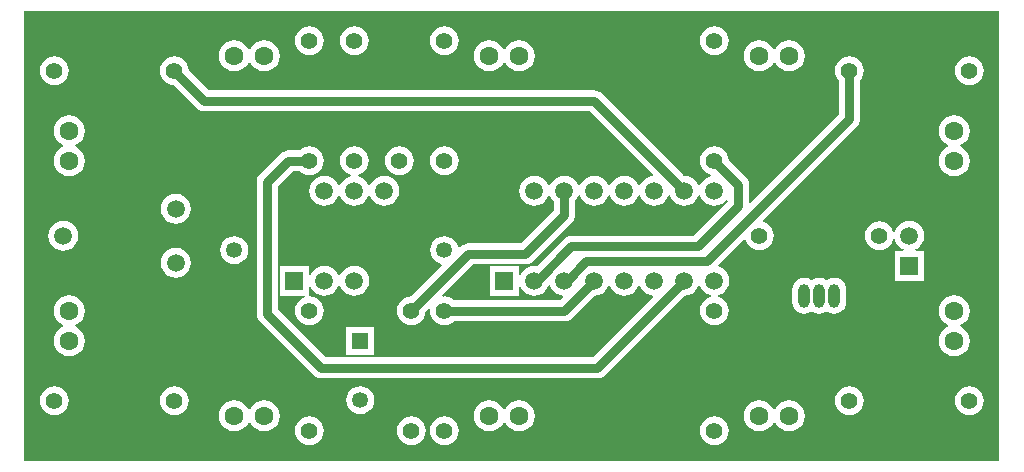
<source format=gtl>
%FSLAX24Y24*%
%MOIN*%
G70*
G01*
G75*
G04 Layer_Physical_Order=1*
G04 Layer_Color=255*
%ADD10C,0.0300*%
%ADD11C,0.0630*%
%ADD12C,0.0551*%
%ADD13C,0.0591*%
%ADD14R,0.0591X0.0591*%
%ADD15C,0.0532*%
%ADD16R,0.0532X0.0532*%
%ADD17O,0.0394X0.0787*%
%ADD18O,0.0394X0.0787*%
%ADD19C,0.0591*%
%ADD20R,0.0591X0.0591*%
G36*
X52500Y24000D02*
X20000D01*
Y39000D01*
X52500D01*
Y24000D01*
D02*
G37*
%LPC*%
G36*
X45500Y26019D02*
X45366Y26002D01*
X45240Y25950D01*
X45133Y25867D01*
X45050Y25760D01*
X45025Y25699D01*
X44975D01*
X44950Y25760D01*
X44867Y25867D01*
X44760Y25950D01*
X44634Y26002D01*
X44500Y26019D01*
X44366Y26002D01*
X44240Y25950D01*
X44133Y25867D01*
X44050Y25760D01*
X43998Y25634D01*
X43981Y25500D01*
X43998Y25366D01*
X44050Y25240D01*
X44133Y25133D01*
X44240Y25050D01*
X44366Y24998D01*
X44500Y24981D01*
X44634Y24998D01*
X44760Y25050D01*
X44867Y25133D01*
X44950Y25240D01*
X44975Y25301D01*
X45025D01*
X45050Y25240D01*
X45133Y25133D01*
X45240Y25050D01*
X45366Y24998D01*
X45500Y24981D01*
X45634Y24998D01*
X45760Y25050D01*
X45867Y25133D01*
X45950Y25240D01*
X46002Y25366D01*
X46019Y25500D01*
X46002Y25634D01*
X45950Y25760D01*
X45867Y25867D01*
X45760Y25950D01*
X45634Y26002D01*
X45500Y26019D01*
D02*
G37*
G36*
X21500Y29519D02*
X21366Y29502D01*
X21240Y29450D01*
X21133Y29367D01*
X21050Y29260D01*
X20998Y29134D01*
X20981Y29000D01*
X20998Y28866D01*
X21050Y28740D01*
X21133Y28633D01*
X21240Y28550D01*
X21301Y28525D01*
Y28475D01*
X21240Y28450D01*
X21133Y28367D01*
X21050Y28260D01*
X20998Y28134D01*
X20981Y28000D01*
X20998Y27866D01*
X21050Y27740D01*
X21133Y27633D01*
X21240Y27550D01*
X21366Y27498D01*
X21500Y27481D01*
X21634Y27498D01*
X21760Y27550D01*
X21867Y27633D01*
X21950Y27740D01*
X22002Y27866D01*
X22019Y28000D01*
X22002Y28134D01*
X21950Y28260D01*
X21867Y28367D01*
X21760Y28450D01*
X21699Y28475D01*
Y28525D01*
X21760Y28550D01*
X21867Y28633D01*
X21950Y28740D01*
X22002Y28866D01*
X22019Y29000D01*
X22002Y29134D01*
X21950Y29260D01*
X21867Y29367D01*
X21760Y29450D01*
X21634Y29502D01*
X21500Y29519D01*
D02*
G37*
G36*
X28000Y26019D02*
X27866Y26002D01*
X27740Y25950D01*
X27633Y25867D01*
X27550Y25760D01*
X27525Y25699D01*
X27475D01*
X27450Y25760D01*
X27367Y25867D01*
X27260Y25950D01*
X27134Y26002D01*
X27000Y26019D01*
X26866Y26002D01*
X26740Y25950D01*
X26633Y25867D01*
X26550Y25760D01*
X26498Y25634D01*
X26481Y25500D01*
X26498Y25366D01*
X26550Y25240D01*
X26633Y25133D01*
X26740Y25050D01*
X26866Y24998D01*
X27000Y24981D01*
X27134Y24998D01*
X27260Y25050D01*
X27367Y25133D01*
X27450Y25240D01*
X27475Y25301D01*
X27525D01*
X27550Y25240D01*
X27633Y25133D01*
X27740Y25050D01*
X27866Y24998D01*
X28000Y24981D01*
X28134Y24998D01*
X28260Y25050D01*
X28367Y25133D01*
X28450Y25240D01*
X28502Y25366D01*
X28519Y25500D01*
X28502Y25634D01*
X28450Y25760D01*
X28367Y25867D01*
X28260Y25950D01*
X28134Y26002D01*
X28000Y26019D01*
D02*
G37*
G36*
X36500D02*
X36366Y26002D01*
X36240Y25950D01*
X36133Y25867D01*
X36050Y25760D01*
X36025Y25699D01*
X35975D01*
X35950Y25760D01*
X35867Y25867D01*
X35760Y25950D01*
X35634Y26002D01*
X35500Y26019D01*
X35366Y26002D01*
X35240Y25950D01*
X35133Y25867D01*
X35050Y25760D01*
X34998Y25634D01*
X34981Y25500D01*
X34998Y25366D01*
X35050Y25240D01*
X35133Y25133D01*
X35240Y25050D01*
X35366Y24998D01*
X35500Y24981D01*
X35634Y24998D01*
X35760Y25050D01*
X35867Y25133D01*
X35950Y25240D01*
X35975Y25301D01*
X36025D01*
X36050Y25240D01*
X36133Y25133D01*
X36240Y25050D01*
X36366Y24998D01*
X36500Y24981D01*
X36634Y24998D01*
X36760Y25050D01*
X36867Y25133D01*
X36950Y25240D01*
X37002Y25366D01*
X37019Y25500D01*
X37002Y25634D01*
X36950Y25760D01*
X36867Y25867D01*
X36760Y25950D01*
X36634Y26002D01*
X36500Y26019D01*
D02*
G37*
G36*
X51000Y29519D02*
X50866Y29502D01*
X50740Y29450D01*
X50633Y29367D01*
X50550Y29260D01*
X50498Y29134D01*
X50481Y29000D01*
X50498Y28866D01*
X50550Y28740D01*
X50633Y28633D01*
X50740Y28550D01*
X50801Y28525D01*
Y28475D01*
X50740Y28450D01*
X50633Y28367D01*
X50550Y28260D01*
X50498Y28134D01*
X50481Y28000D01*
X50498Y27866D01*
X50550Y27740D01*
X50633Y27633D01*
X50740Y27550D01*
X50866Y27498D01*
X51000Y27481D01*
X51134Y27498D01*
X51260Y27550D01*
X51367Y27633D01*
X51450Y27740D01*
X51502Y27866D01*
X51519Y28000D01*
X51502Y28134D01*
X51450Y28260D01*
X51367Y28367D01*
X51260Y28450D01*
X51199Y28475D01*
Y28525D01*
X51260Y28550D01*
X51367Y28633D01*
X51450Y28740D01*
X51502Y28866D01*
X51519Y29000D01*
X51502Y29134D01*
X51450Y29260D01*
X51367Y29367D01*
X51260Y29450D01*
X51134Y29502D01*
X51000Y29519D01*
D02*
G37*
G36*
X25050Y31100D02*
X24921Y31083D01*
X24800Y31033D01*
X24697Y30953D01*
X24617Y30850D01*
X24567Y30729D01*
X24550Y30600D01*
X24567Y30471D01*
X24617Y30350D01*
X24697Y30247D01*
X24800Y30167D01*
X24921Y30117D01*
X25050Y30100D01*
X25179Y30117D01*
X25300Y30167D01*
X25403Y30247D01*
X25483Y30350D01*
X25533Y30471D01*
X25550Y30600D01*
X25533Y30729D01*
X25483Y30850D01*
X25403Y30953D01*
X25300Y31033D01*
X25179Y31083D01*
X25050Y31100D01*
D02*
G37*
G36*
X31000Y30500D02*
X30871Y30483D01*
X30750Y30433D01*
X30647Y30353D01*
X30567Y30250D01*
X30525Y30147D01*
X30475D01*
X30433Y30250D01*
X30353Y30353D01*
X30250Y30433D01*
X30129Y30483D01*
X30000Y30500D01*
X29871Y30483D01*
X29750Y30433D01*
X29647Y30353D01*
X29567Y30250D01*
X29544Y30194D01*
X29495Y30204D01*
Y30495D01*
X28505D01*
Y29505D01*
X29348D01*
X29357Y29456D01*
X29260Y29415D01*
X29161Y29339D01*
X29085Y29240D01*
X29037Y29124D01*
X29020Y29000D01*
X29037Y28876D01*
X29085Y28760D01*
X29161Y28661D01*
X29260Y28585D01*
X29376Y28537D01*
X29500Y28520D01*
X29624Y28537D01*
X29740Y28585D01*
X29839Y28661D01*
X29915Y28760D01*
X29963Y28876D01*
X29980Y29000D01*
X29963Y29124D01*
X29915Y29240D01*
X29839Y29339D01*
X29740Y29415D01*
X29624Y29463D01*
X29500Y29480D01*
X29498Y29481D01*
X29495Y29505D01*
X29495Y29505D01*
X29495Y29505D01*
Y29796D01*
X29544Y29806D01*
X29567Y29750D01*
X29647Y29647D01*
X29750Y29567D01*
X29871Y29517D01*
X30000Y29500D01*
X30129Y29517D01*
X30250Y29567D01*
X30353Y29647D01*
X30433Y29750D01*
X30475Y29853D01*
X30525D01*
X30567Y29750D01*
X30647Y29647D01*
X30750Y29567D01*
X30871Y29517D01*
X31000Y29500D01*
X31129Y29517D01*
X31250Y29567D01*
X31353Y29647D01*
X31433Y29750D01*
X31483Y29871D01*
X31500Y30000D01*
X31483Y30129D01*
X31433Y30250D01*
X31353Y30353D01*
X31250Y30433D01*
X31129Y30483D01*
X31000Y30500D01*
D02*
G37*
G36*
X31666Y28450D02*
X30734D01*
Y27518D01*
X31666D01*
Y28450D01*
D02*
G37*
G36*
X47000Y30097D02*
X46896Y30083D01*
X46800Y30043D01*
X46750Y30005D01*
X46700Y30043D01*
X46604Y30083D01*
X46500Y30097D01*
X46396Y30083D01*
X46300Y30043D01*
X46250Y30005D01*
X46200Y30043D01*
X46104Y30083D01*
X46000Y30097D01*
X45896Y30083D01*
X45800Y30043D01*
X45717Y29980D01*
X45653Y29897D01*
X45613Y29800D01*
X45600Y29697D01*
Y29303D01*
X45613Y29200D01*
X45653Y29103D01*
X45717Y29020D01*
X45800Y28956D01*
X45896Y28917D01*
X46000Y28903D01*
X46104Y28917D01*
X46200Y28956D01*
X46250Y28995D01*
X46300Y28956D01*
X46396Y28917D01*
X46500Y28903D01*
X46604Y28917D01*
X46700Y28956D01*
X46750Y28995D01*
X46800Y28956D01*
X46896Y28917D01*
X47000Y28903D01*
X47104Y28917D01*
X47200Y28956D01*
X47283Y29020D01*
X47347Y29103D01*
X47387Y29200D01*
X47400Y29303D01*
Y29697D01*
X47387Y29800D01*
X47347Y29897D01*
X47283Y29980D01*
X47200Y30043D01*
X47104Y30083D01*
X47000Y30097D01*
D02*
G37*
G36*
X34000Y25480D02*
X33876Y25463D01*
X33760Y25415D01*
X33661Y25339D01*
X33585Y25240D01*
X33537Y25124D01*
X33520Y25000D01*
X33537Y24876D01*
X33585Y24760D01*
X33661Y24661D01*
X33760Y24585D01*
X33876Y24537D01*
X34000Y24520D01*
X34124Y24537D01*
X34240Y24585D01*
X34339Y24661D01*
X34415Y24760D01*
X34463Y24876D01*
X34480Y25000D01*
X34463Y25124D01*
X34415Y25240D01*
X34339Y25339D01*
X34240Y25415D01*
X34124Y25463D01*
X34000Y25480D01*
D02*
G37*
G36*
X43000D02*
X42876Y25463D01*
X42760Y25415D01*
X42661Y25339D01*
X42585Y25240D01*
X42537Y25124D01*
X42520Y25000D01*
X42537Y24876D01*
X42585Y24760D01*
X42661Y24661D01*
X42760Y24585D01*
X42876Y24537D01*
X43000Y24520D01*
X43124Y24537D01*
X43240Y24585D01*
X43339Y24661D01*
X43415Y24760D01*
X43463Y24876D01*
X43480Y25000D01*
X43463Y25124D01*
X43415Y25240D01*
X43339Y25339D01*
X43240Y25415D01*
X43124Y25463D01*
X43000Y25480D01*
D02*
G37*
G36*
X29500D02*
X29376Y25463D01*
X29260Y25415D01*
X29161Y25339D01*
X29085Y25240D01*
X29037Y25124D01*
X29020Y25000D01*
X29037Y24876D01*
X29085Y24760D01*
X29161Y24661D01*
X29260Y24585D01*
X29376Y24537D01*
X29500Y24520D01*
X29624Y24537D01*
X29740Y24585D01*
X29839Y24661D01*
X29915Y24760D01*
X29963Y24876D01*
X29980Y25000D01*
X29963Y25124D01*
X29915Y25240D01*
X29839Y25339D01*
X29740Y25415D01*
X29624Y25463D01*
X29500Y25480D01*
D02*
G37*
G36*
X32900D02*
X32776Y25463D01*
X32660Y25415D01*
X32561Y25339D01*
X32485Y25240D01*
X32437Y25124D01*
X32420Y25000D01*
X32437Y24876D01*
X32485Y24760D01*
X32561Y24661D01*
X32660Y24585D01*
X32776Y24537D01*
X32900Y24520D01*
X33024Y24537D01*
X33140Y24585D01*
X33239Y24661D01*
X33315Y24760D01*
X33363Y24876D01*
X33380Y25000D01*
X33363Y25124D01*
X33315Y25240D01*
X33239Y25339D01*
X33140Y25415D01*
X33024Y25463D01*
X32900Y25480D01*
D02*
G37*
G36*
X21000Y26480D02*
X20876Y26463D01*
X20760Y26415D01*
X20661Y26339D01*
X20585Y26240D01*
X20537Y26124D01*
X20520Y26000D01*
X20537Y25876D01*
X20585Y25760D01*
X20661Y25661D01*
X20760Y25585D01*
X20876Y25537D01*
X21000Y25520D01*
X21124Y25537D01*
X21240Y25585D01*
X21339Y25661D01*
X21415Y25760D01*
X21463Y25876D01*
X21480Y26000D01*
X21463Y26124D01*
X21415Y26240D01*
X21339Y26339D01*
X21240Y26415D01*
X21124Y26463D01*
X21000Y26480D01*
D02*
G37*
G36*
X51500D02*
X51376Y26463D01*
X51260Y26415D01*
X51161Y26339D01*
X51085Y26240D01*
X51037Y26124D01*
X51020Y26000D01*
X51037Y25876D01*
X51085Y25760D01*
X51161Y25661D01*
X51260Y25585D01*
X51376Y25537D01*
X51500Y25520D01*
X51624Y25537D01*
X51740Y25585D01*
X51839Y25661D01*
X51915Y25760D01*
X51963Y25876D01*
X51980Y26000D01*
X51963Y26124D01*
X51915Y26240D01*
X51839Y26339D01*
X51740Y26415D01*
X51624Y26463D01*
X51500Y26480D01*
D02*
G37*
G36*
X31200Y26486D02*
X31078Y26470D01*
X30965Y26423D01*
X30868Y26348D01*
X30793Y26251D01*
X30746Y26137D01*
X30730Y26016D01*
X30746Y25894D01*
X30793Y25781D01*
X30868Y25684D01*
X30965Y25609D01*
X31078Y25562D01*
X31200Y25546D01*
X31322Y25562D01*
X31435Y25609D01*
X31532Y25684D01*
X31607Y25781D01*
X31654Y25894D01*
X31670Y26016D01*
X31654Y26137D01*
X31607Y26251D01*
X31532Y26348D01*
X31435Y26423D01*
X31322Y26470D01*
X31200Y26486D01*
D02*
G37*
G36*
X25000Y26480D02*
X24876Y26463D01*
X24760Y26415D01*
X24661Y26339D01*
X24585Y26240D01*
X24537Y26124D01*
X24520Y26000D01*
X24537Y25876D01*
X24585Y25760D01*
X24661Y25661D01*
X24760Y25585D01*
X24876Y25537D01*
X25000Y25520D01*
X25124Y25537D01*
X25240Y25585D01*
X25339Y25661D01*
X25415Y25760D01*
X25463Y25876D01*
X25480Y26000D01*
X25463Y26124D01*
X25415Y26240D01*
X25339Y26339D01*
X25240Y26415D01*
X25124Y26463D01*
X25000Y26480D01*
D02*
G37*
G36*
X47500D02*
X47376Y26463D01*
X47260Y26415D01*
X47161Y26339D01*
X47085Y26240D01*
X47037Y26124D01*
X47020Y26000D01*
X47037Y25876D01*
X47085Y25760D01*
X47161Y25661D01*
X47260Y25585D01*
X47376Y25537D01*
X47500Y25520D01*
X47624Y25537D01*
X47740Y25585D01*
X47839Y25661D01*
X47915Y25760D01*
X47963Y25876D01*
X47980Y26000D01*
X47963Y26124D01*
X47915Y26240D01*
X47839Y26339D01*
X47740Y26415D01*
X47624Y26463D01*
X47500Y26480D01*
D02*
G37*
G36*
X27000Y31486D02*
X26878Y31470D01*
X26765Y31423D01*
X26668Y31348D01*
X26593Y31251D01*
X26546Y31137D01*
X26530Y31016D01*
X26546Y30894D01*
X26593Y30781D01*
X26668Y30684D01*
X26765Y30609D01*
X26878Y30562D01*
X27000Y30546D01*
X27122Y30562D01*
X27235Y30609D01*
X27332Y30684D01*
X27407Y30781D01*
X27454Y30894D01*
X27470Y31016D01*
X27454Y31137D01*
X27407Y31251D01*
X27332Y31348D01*
X27235Y31423D01*
X27122Y31470D01*
X27000Y31486D01*
D02*
G37*
G36*
X29500Y38480D02*
X29376Y38463D01*
X29260Y38415D01*
X29161Y38339D01*
X29085Y38240D01*
X29037Y38124D01*
X29020Y38000D01*
X29037Y37876D01*
X29085Y37760D01*
X29161Y37661D01*
X29260Y37585D01*
X29376Y37537D01*
X29500Y37520D01*
X29624Y37537D01*
X29740Y37585D01*
X29839Y37661D01*
X29915Y37760D01*
X29963Y37876D01*
X29980Y38000D01*
X29963Y38124D01*
X29915Y38240D01*
X29839Y38339D01*
X29740Y38415D01*
X29624Y38463D01*
X29500Y38480D01*
D02*
G37*
G36*
X31000D02*
X30876Y38463D01*
X30760Y38415D01*
X30661Y38339D01*
X30585Y38240D01*
X30537Y38124D01*
X30520Y38000D01*
X30537Y37876D01*
X30585Y37760D01*
X30661Y37661D01*
X30760Y37585D01*
X30876Y37537D01*
X31000Y37520D01*
X31124Y37537D01*
X31240Y37585D01*
X31339Y37661D01*
X31415Y37760D01*
X31463Y37876D01*
X31480Y38000D01*
X31463Y38124D01*
X31415Y38240D01*
X31339Y38339D01*
X31240Y38415D01*
X31124Y38463D01*
X31000Y38480D01*
D02*
G37*
G36*
X21000Y37480D02*
X20876Y37463D01*
X20760Y37415D01*
X20661Y37339D01*
X20585Y37240D01*
X20537Y37124D01*
X20520Y37000D01*
X20537Y36876D01*
X20585Y36760D01*
X20661Y36661D01*
X20760Y36585D01*
X20876Y36537D01*
X21000Y36520D01*
X21124Y36537D01*
X21240Y36585D01*
X21339Y36661D01*
X21415Y36760D01*
X21463Y36876D01*
X21480Y37000D01*
X21463Y37124D01*
X21415Y37240D01*
X21339Y37339D01*
X21240Y37415D01*
X21124Y37463D01*
X21000Y37480D01*
D02*
G37*
G36*
X51500D02*
X51376Y37463D01*
X51260Y37415D01*
X51161Y37339D01*
X51085Y37240D01*
X51037Y37124D01*
X51020Y37000D01*
X51037Y36876D01*
X51085Y36760D01*
X51161Y36661D01*
X51260Y36585D01*
X51376Y36537D01*
X51500Y36520D01*
X51624Y36537D01*
X51740Y36585D01*
X51839Y36661D01*
X51915Y36760D01*
X51963Y36876D01*
X51980Y37000D01*
X51963Y37124D01*
X51915Y37240D01*
X51839Y37339D01*
X51740Y37415D01*
X51624Y37463D01*
X51500Y37480D01*
D02*
G37*
G36*
X34000Y38480D02*
X33876Y38463D01*
X33760Y38415D01*
X33661Y38339D01*
X33585Y38240D01*
X33537Y38124D01*
X33520Y38000D01*
X33537Y37876D01*
X33585Y37760D01*
X33661Y37661D01*
X33760Y37585D01*
X33876Y37537D01*
X34000Y37520D01*
X34124Y37537D01*
X34240Y37585D01*
X34339Y37661D01*
X34415Y37760D01*
X34463Y37876D01*
X34480Y38000D01*
X34463Y38124D01*
X34415Y38240D01*
X34339Y38339D01*
X34240Y38415D01*
X34124Y38463D01*
X34000Y38480D01*
D02*
G37*
G36*
X36500Y38019D02*
X36366Y38002D01*
X36240Y37950D01*
X36133Y37867D01*
X36050Y37760D01*
X36025Y37699D01*
X35975D01*
X35950Y37760D01*
X35867Y37867D01*
X35760Y37950D01*
X35634Y38002D01*
X35500Y38019D01*
X35366Y38002D01*
X35240Y37950D01*
X35133Y37867D01*
X35050Y37760D01*
X34998Y37634D01*
X34981Y37500D01*
X34998Y37366D01*
X35050Y37240D01*
X35133Y37133D01*
X35240Y37050D01*
X35366Y36998D01*
X35500Y36981D01*
X35634Y36998D01*
X35760Y37050D01*
X35867Y37133D01*
X35950Y37240D01*
X35975Y37301D01*
X36025D01*
X36050Y37240D01*
X36133Y37133D01*
X36240Y37050D01*
X36366Y36998D01*
X36500Y36981D01*
X36634Y36998D01*
X36760Y37050D01*
X36867Y37133D01*
X36950Y37240D01*
X37002Y37366D01*
X37019Y37500D01*
X37002Y37634D01*
X36950Y37760D01*
X36867Y37867D01*
X36760Y37950D01*
X36634Y38002D01*
X36500Y38019D01*
D02*
G37*
G36*
X45500D02*
X45366Y38002D01*
X45240Y37950D01*
X45133Y37867D01*
X45050Y37760D01*
X45025Y37699D01*
X44975D01*
X44950Y37760D01*
X44867Y37867D01*
X44760Y37950D01*
X44634Y38002D01*
X44500Y38019D01*
X44366Y38002D01*
X44240Y37950D01*
X44133Y37867D01*
X44050Y37760D01*
X43998Y37634D01*
X43981Y37500D01*
X43998Y37366D01*
X44050Y37240D01*
X44133Y37133D01*
X44240Y37050D01*
X44366Y36998D01*
X44500Y36981D01*
X44634Y36998D01*
X44760Y37050D01*
X44867Y37133D01*
X44950Y37240D01*
X44975Y37301D01*
X45025D01*
X45050Y37240D01*
X45133Y37133D01*
X45240Y37050D01*
X45366Y36998D01*
X45500Y36981D01*
X45634Y36998D01*
X45760Y37050D01*
X45867Y37133D01*
X45950Y37240D01*
X46002Y37366D01*
X46019Y37500D01*
X46002Y37634D01*
X45950Y37760D01*
X45867Y37867D01*
X45760Y37950D01*
X45634Y38002D01*
X45500Y38019D01*
D02*
G37*
G36*
X43000Y38480D02*
X42876Y38463D01*
X42760Y38415D01*
X42661Y38339D01*
X42585Y38240D01*
X42537Y38124D01*
X42520Y38000D01*
X42537Y37876D01*
X42585Y37760D01*
X42661Y37661D01*
X42760Y37585D01*
X42876Y37537D01*
X43000Y37520D01*
X43124Y37537D01*
X43240Y37585D01*
X43339Y37661D01*
X43415Y37760D01*
X43463Y37876D01*
X43480Y38000D01*
X43463Y38124D01*
X43415Y38240D01*
X43339Y38339D01*
X43240Y38415D01*
X43124Y38463D01*
X43000Y38480D01*
D02*
G37*
G36*
X28000Y38019D02*
X27866Y38002D01*
X27740Y37950D01*
X27633Y37867D01*
X27550Y37760D01*
X27525Y37699D01*
X27475D01*
X27450Y37760D01*
X27367Y37867D01*
X27260Y37950D01*
X27134Y38002D01*
X27000Y38019D01*
X26866Y38002D01*
X26740Y37950D01*
X26633Y37867D01*
X26550Y37760D01*
X26498Y37634D01*
X26481Y37500D01*
X26498Y37366D01*
X26550Y37240D01*
X26633Y37133D01*
X26740Y37050D01*
X26866Y36998D01*
X27000Y36981D01*
X27134Y36998D01*
X27260Y37050D01*
X27367Y37133D01*
X27450Y37240D01*
X27475Y37301D01*
X27525D01*
X27550Y37240D01*
X27633Y37133D01*
X27740Y37050D01*
X27866Y36998D01*
X28000Y36981D01*
X28134Y36998D01*
X28260Y37050D01*
X28367Y37133D01*
X28450Y37240D01*
X28502Y37366D01*
X28519Y37500D01*
X28502Y37634D01*
X28450Y37760D01*
X28367Y37867D01*
X28260Y37950D01*
X28134Y38002D01*
X28000Y38019D01*
D02*
G37*
G36*
X34000Y34480D02*
X33876Y34463D01*
X33760Y34415D01*
X33661Y34339D01*
X33585Y34240D01*
X33537Y34124D01*
X33520Y34000D01*
X33537Y33876D01*
X33585Y33760D01*
X33661Y33661D01*
X33760Y33585D01*
X33876Y33537D01*
X34000Y33520D01*
X34124Y33537D01*
X34240Y33585D01*
X34339Y33661D01*
X34415Y33760D01*
X34463Y33876D01*
X34480Y34000D01*
X34463Y34124D01*
X34415Y34240D01*
X34339Y34339D01*
X34240Y34415D01*
X34124Y34463D01*
X34000Y34480D01*
D02*
G37*
G36*
X25050Y32900D02*
X24921Y32883D01*
X24800Y32833D01*
X24697Y32753D01*
X24617Y32650D01*
X24567Y32529D01*
X24550Y32400D01*
X24567Y32271D01*
X24617Y32150D01*
X24697Y32047D01*
X24800Y31967D01*
X24921Y31917D01*
X25050Y31900D01*
X25179Y31917D01*
X25300Y31967D01*
X25403Y32047D01*
X25483Y32150D01*
X25533Y32271D01*
X25550Y32400D01*
X25533Y32529D01*
X25483Y32650D01*
X25403Y32753D01*
X25300Y32833D01*
X25179Y32883D01*
X25050Y32900D01*
D02*
G37*
G36*
X47500Y37480D02*
X47376Y37463D01*
X47260Y37415D01*
X47161Y37339D01*
X47085Y37240D01*
X47037Y37124D01*
X47020Y37000D01*
X47037Y36876D01*
X47085Y36760D01*
X47147Y36679D01*
Y35546D01*
X44199Y32598D01*
X44153Y32618D01*
Y33200D01*
X44141Y33291D01*
X44106Y33377D01*
X44050Y33450D01*
X43477Y34023D01*
X43463Y34124D01*
X43415Y34240D01*
X43339Y34339D01*
X43240Y34415D01*
X43124Y34463D01*
X43000Y34480D01*
X42876Y34463D01*
X42760Y34415D01*
X42661Y34339D01*
X42585Y34240D01*
X42537Y34124D01*
X42520Y34000D01*
X42537Y33876D01*
X42585Y33760D01*
X42661Y33661D01*
X42760Y33585D01*
X42876Y33537D01*
X42889Y33535D01*
Y33485D01*
X42871Y33483D01*
X42750Y33433D01*
X42647Y33353D01*
X42567Y33250D01*
X42525Y33147D01*
X42475D01*
X42433Y33250D01*
X42353Y33353D01*
X42250Y33433D01*
X42129Y33483D01*
X42000Y33500D01*
X42000Y33500D01*
X39250Y36250D01*
X39177Y36306D01*
X39091Y36341D01*
X39000Y36353D01*
X26146D01*
X25477Y37023D01*
X25463Y37124D01*
X25415Y37240D01*
X25339Y37339D01*
X25240Y37415D01*
X25124Y37463D01*
X25000Y37480D01*
X24876Y37463D01*
X24760Y37415D01*
X24661Y37339D01*
X24585Y37240D01*
X24537Y37124D01*
X24520Y37000D01*
X24537Y36876D01*
X24585Y36760D01*
X24661Y36661D01*
X24760Y36585D01*
X24876Y36537D01*
X24977Y36523D01*
X25750Y35750D01*
X25823Y35694D01*
X25909Y35659D01*
X26000Y35647D01*
X26000Y35647D01*
X38854D01*
X40961Y33540D01*
X40945Y33492D01*
X40871Y33483D01*
X40750Y33433D01*
X40647Y33353D01*
X40567Y33250D01*
X40525Y33147D01*
X40475D01*
X40433Y33250D01*
X40353Y33353D01*
X40250Y33433D01*
X40129Y33483D01*
X40000Y33500D01*
X39871Y33483D01*
X39750Y33433D01*
X39647Y33353D01*
X39567Y33250D01*
X39525Y33147D01*
X39475D01*
X39433Y33250D01*
X39353Y33353D01*
X39250Y33433D01*
X39129Y33483D01*
X39000Y33500D01*
X38871Y33483D01*
X38750Y33433D01*
X38647Y33353D01*
X38567Y33250D01*
X38525Y33147D01*
X38475D01*
X38433Y33250D01*
X38353Y33353D01*
X38250Y33433D01*
X38129Y33483D01*
X38000Y33500D01*
X37871Y33483D01*
X37750Y33433D01*
X37647Y33353D01*
X37567Y33250D01*
X37525Y33147D01*
X37475D01*
X37433Y33250D01*
X37353Y33353D01*
X37250Y33433D01*
X37129Y33483D01*
X37000Y33500D01*
X36871Y33483D01*
X36750Y33433D01*
X36647Y33353D01*
X36567Y33250D01*
X36517Y33129D01*
X36500Y33000D01*
X36517Y32871D01*
X36567Y32750D01*
X36647Y32647D01*
X36750Y32567D01*
X36871Y32517D01*
X37000Y32500D01*
X37129Y32517D01*
X37250Y32567D01*
X37353Y32647D01*
X37433Y32750D01*
X37475Y32853D01*
X37525D01*
X37567Y32750D01*
X37647Y32647D01*
X37647Y32647D01*
Y32346D01*
X36554Y31253D01*
X34800D01*
X34709Y31241D01*
X34623Y31206D01*
X34550Y31150D01*
X34504Y31103D01*
X34456Y31119D01*
X34454Y31137D01*
X34407Y31251D01*
X34332Y31348D01*
X34235Y31423D01*
X34122Y31470D01*
X34000Y31486D01*
X33878Y31470D01*
X33765Y31423D01*
X33668Y31348D01*
X33593Y31251D01*
X33546Y31137D01*
X33530Y31016D01*
X33546Y30894D01*
X33593Y30781D01*
X33668Y30684D01*
X33765Y30609D01*
X33878Y30562D01*
X33897Y30560D01*
X33913Y30512D01*
X32877Y29477D01*
X32776Y29463D01*
X32660Y29415D01*
X32561Y29339D01*
X32485Y29240D01*
X32437Y29124D01*
X32420Y29000D01*
X32437Y28876D01*
X32485Y28760D01*
X32561Y28661D01*
X32660Y28585D01*
X32776Y28537D01*
X32900Y28520D01*
X33024Y28537D01*
X33140Y28585D01*
X33239Y28661D01*
X33315Y28760D01*
X33363Y28876D01*
X33377Y28977D01*
X33484Y29084D01*
X33529Y29062D01*
X33520Y29000D01*
X33537Y28876D01*
X33585Y28760D01*
X33661Y28661D01*
X33760Y28585D01*
X33876Y28537D01*
X34000Y28520D01*
X34124Y28537D01*
X34240Y28585D01*
X34321Y28647D01*
X38000D01*
X38091Y28659D01*
X38177Y28694D01*
X38250Y28750D01*
X39000Y29500D01*
X39000Y29500D01*
X39129Y29517D01*
X39250Y29567D01*
X39353Y29647D01*
X39433Y29750D01*
X39475Y29853D01*
X39525D01*
X39567Y29750D01*
X39647Y29647D01*
X39750Y29567D01*
X39871Y29517D01*
X40000Y29500D01*
X40129Y29517D01*
X40250Y29567D01*
X40353Y29647D01*
X40433Y29750D01*
X40475Y29853D01*
X40525D01*
X40567Y29750D01*
X40647Y29647D01*
X40750Y29567D01*
X40871Y29517D01*
X40945Y29508D01*
X40961Y29460D01*
X38954Y27453D01*
X30046D01*
X28453Y29046D01*
Y33154D01*
X28946Y33647D01*
X29179D01*
X29260Y33585D01*
X29376Y33537D01*
X29500Y33520D01*
X29624Y33537D01*
X29740Y33585D01*
X29839Y33661D01*
X29915Y33760D01*
X29963Y33876D01*
X29980Y34000D01*
X29963Y34124D01*
X29915Y34240D01*
X29839Y34339D01*
X29740Y34415D01*
X29624Y34463D01*
X29500Y34480D01*
X29376Y34463D01*
X29260Y34415D01*
X29179Y34353D01*
X28800D01*
X28709Y34341D01*
X28623Y34306D01*
X28550Y34250D01*
X28550Y34250D01*
X27850Y33550D01*
X27794Y33477D01*
X27759Y33391D01*
X27747Y33300D01*
Y28900D01*
X27747Y28900D01*
X27747D01*
X27759Y28809D01*
X27794Y28723D01*
X27850Y28650D01*
X29650Y26850D01*
X29650Y26850D01*
X29650D01*
X29650Y26850D01*
X29650D01*
X29650Y26850D01*
Y26850D01*
Y26850D01*
D01*
D01*
X29650D01*
Y26850D01*
X29723Y26794D01*
X29809Y26759D01*
X29900Y26747D01*
X39100D01*
X39191Y26759D01*
X39277Y26794D01*
X39350Y26850D01*
X42000Y29500D01*
X42000Y29500D01*
X42129Y29517D01*
X42250Y29567D01*
X42353Y29647D01*
X42433Y29750D01*
X42475Y29853D01*
X42525D01*
X42567Y29750D01*
X42647Y29647D01*
X42750Y29567D01*
X42871Y29517D01*
X42889Y29515D01*
Y29465D01*
X42876Y29463D01*
X42760Y29415D01*
X42661Y29339D01*
X42585Y29240D01*
X42537Y29124D01*
X42520Y29000D01*
X42537Y28876D01*
X42585Y28760D01*
X42661Y28661D01*
X42760Y28585D01*
X42876Y28537D01*
X43000Y28520D01*
X43124Y28537D01*
X43240Y28585D01*
X43339Y28661D01*
X43415Y28760D01*
X43463Y28876D01*
X43480Y29000D01*
X43463Y29124D01*
X43415Y29240D01*
X43339Y29339D01*
X43240Y29415D01*
X43124Y29463D01*
X43111Y29465D01*
Y29515D01*
X43129Y29517D01*
X43250Y29567D01*
X43353Y29647D01*
X43433Y29750D01*
X43483Y29871D01*
X43500Y30000D01*
X43483Y30129D01*
X43433Y30250D01*
X43353Y30353D01*
X43250Y30433D01*
X43137Y30479D01*
X43128Y30528D01*
X43991Y31391D01*
X44037Y31376D01*
X44085Y31260D01*
X44161Y31161D01*
X44260Y31085D01*
X44376Y31037D01*
X44500Y31020D01*
X44624Y31037D01*
X44740Y31085D01*
X44839Y31161D01*
X44915Y31260D01*
X44963Y31376D01*
X44980Y31500D01*
X44963Y31624D01*
X44915Y31740D01*
X44839Y31839D01*
X44740Y31915D01*
X44624Y31963D01*
X44609Y32009D01*
X47750Y35150D01*
X47806Y35223D01*
X47841Y35309D01*
X47853Y35400D01*
X47853Y35400D01*
Y36679D01*
X47915Y36760D01*
X47963Y36876D01*
X47980Y37000D01*
X47963Y37124D01*
X47915Y37240D01*
X47839Y37339D01*
X47740Y37415D01*
X47624Y37463D01*
X47500Y37480D01*
D02*
G37*
G36*
X21300Y32000D02*
X21171Y31983D01*
X21050Y31933D01*
X20947Y31853D01*
X20867Y31750D01*
X20817Y31629D01*
X20800Y31500D01*
X20817Y31371D01*
X20867Y31250D01*
X20947Y31147D01*
X21050Y31067D01*
X21171Y31017D01*
X21300Y31000D01*
X21429Y31017D01*
X21550Y31067D01*
X21653Y31147D01*
X21733Y31250D01*
X21783Y31371D01*
X21800Y31500D01*
X21783Y31629D01*
X21733Y31750D01*
X21653Y31853D01*
X21550Y31933D01*
X21429Y31983D01*
X21300Y32000D01*
D02*
G37*
G36*
X49500D02*
X49371Y31983D01*
X49250Y31933D01*
X49147Y31853D01*
X49067Y31750D01*
X49017Y31629D01*
X49015Y31611D01*
X48965D01*
X48963Y31624D01*
X48915Y31740D01*
X48839Y31839D01*
X48740Y31915D01*
X48624Y31963D01*
X48500Y31980D01*
X48376Y31963D01*
X48260Y31915D01*
X48161Y31839D01*
X48085Y31740D01*
X48037Y31624D01*
X48020Y31500D01*
X48037Y31376D01*
X48085Y31260D01*
X48161Y31161D01*
X48260Y31085D01*
X48376Y31037D01*
X48500Y31020D01*
X48624Y31037D01*
X48740Y31085D01*
X48839Y31161D01*
X48915Y31260D01*
X48963Y31376D01*
X48965Y31389D01*
X49015D01*
X49017Y31371D01*
X49067Y31250D01*
X49147Y31147D01*
X49250Y31067D01*
X49306Y31044D01*
X49296Y30995D01*
X49005D01*
Y30005D01*
X49995D01*
Y30995D01*
X49704D01*
X49694Y31044D01*
X49750Y31067D01*
X49853Y31147D01*
X49933Y31250D01*
X49983Y31371D01*
X50000Y31500D01*
X49983Y31629D01*
X49933Y31750D01*
X49853Y31853D01*
X49750Y31933D01*
X49629Y31983D01*
X49500Y32000D01*
D02*
G37*
G36*
X51000Y35519D02*
X50866Y35502D01*
X50740Y35450D01*
X50633Y35367D01*
X50550Y35260D01*
X50498Y35134D01*
X50481Y35000D01*
X50498Y34866D01*
X50550Y34740D01*
X50633Y34633D01*
X50740Y34550D01*
X50801Y34525D01*
Y34475D01*
X50740Y34450D01*
X50633Y34367D01*
X50550Y34260D01*
X50498Y34134D01*
X50481Y34000D01*
X50498Y33866D01*
X50550Y33740D01*
X50633Y33633D01*
X50740Y33550D01*
X50866Y33498D01*
X51000Y33481D01*
X51134Y33498D01*
X51260Y33550D01*
X51367Y33633D01*
X51450Y33740D01*
X51502Y33866D01*
X51519Y34000D01*
X51502Y34134D01*
X51450Y34260D01*
X51367Y34367D01*
X51260Y34450D01*
X51199Y34475D01*
Y34525D01*
X51260Y34550D01*
X51367Y34633D01*
X51450Y34740D01*
X51502Y34866D01*
X51519Y35000D01*
X51502Y35134D01*
X51450Y35260D01*
X51367Y35367D01*
X51260Y35450D01*
X51134Y35502D01*
X51000Y35519D01*
D02*
G37*
G36*
X32500Y34480D02*
X32376Y34463D01*
X32260Y34415D01*
X32161Y34339D01*
X32085Y34240D01*
X32037Y34124D01*
X32020Y34000D01*
X32037Y33876D01*
X32085Y33760D01*
X32161Y33661D01*
X32260Y33585D01*
X32376Y33537D01*
X32500Y33520D01*
X32624Y33537D01*
X32740Y33585D01*
X32839Y33661D01*
X32915Y33760D01*
X32963Y33876D01*
X32980Y34000D01*
X32963Y34124D01*
X32915Y34240D01*
X32839Y34339D01*
X32740Y34415D01*
X32624Y34463D01*
X32500Y34480D01*
D02*
G37*
G36*
X21500Y35519D02*
X21366Y35502D01*
X21240Y35450D01*
X21133Y35367D01*
X21050Y35260D01*
X20998Y35134D01*
X20981Y35000D01*
X20998Y34866D01*
X21050Y34740D01*
X21133Y34633D01*
X21240Y34550D01*
X21301Y34525D01*
Y34475D01*
X21240Y34450D01*
X21133Y34367D01*
X21050Y34260D01*
X20998Y34134D01*
X20981Y34000D01*
X20998Y33866D01*
X21050Y33740D01*
X21133Y33633D01*
X21240Y33550D01*
X21366Y33498D01*
X21500Y33481D01*
X21634Y33498D01*
X21760Y33550D01*
X21867Y33633D01*
X21950Y33740D01*
X22002Y33866D01*
X22019Y34000D01*
X22002Y34134D01*
X21950Y34260D01*
X21867Y34367D01*
X21760Y34450D01*
X21699Y34475D01*
Y34525D01*
X21760Y34550D01*
X21867Y34633D01*
X21950Y34740D01*
X22002Y34866D01*
X22019Y35000D01*
X22002Y35134D01*
X21950Y35260D01*
X21867Y35367D01*
X21760Y35450D01*
X21634Y35502D01*
X21500Y35519D01*
D02*
G37*
G36*
X31000Y34480D02*
X30876Y34463D01*
X30760Y34415D01*
X30661Y34339D01*
X30585Y34240D01*
X30537Y34124D01*
X30520Y34000D01*
X30537Y33876D01*
X30585Y33760D01*
X30661Y33661D01*
X30760Y33585D01*
X30876Y33537D01*
X30889Y33535D01*
Y33485D01*
X30871Y33483D01*
X30750Y33433D01*
X30647Y33353D01*
X30567Y33250D01*
X30525Y33147D01*
X30475D01*
X30433Y33250D01*
X30353Y33353D01*
X30250Y33433D01*
X30129Y33483D01*
X30000Y33500D01*
X29871Y33483D01*
X29750Y33433D01*
X29647Y33353D01*
X29567Y33250D01*
X29517Y33129D01*
X29500Y33000D01*
X29517Y32871D01*
X29567Y32750D01*
X29647Y32647D01*
X29750Y32567D01*
X29871Y32517D01*
X30000Y32500D01*
X30129Y32517D01*
X30250Y32567D01*
X30353Y32647D01*
X30433Y32750D01*
X30475Y32853D01*
X30525D01*
X30567Y32750D01*
X30647Y32647D01*
X30750Y32567D01*
X30871Y32517D01*
X31000Y32500D01*
X31129Y32517D01*
X31250Y32567D01*
X31353Y32647D01*
X31433Y32750D01*
X31475Y32853D01*
X31525D01*
X31567Y32750D01*
X31647Y32647D01*
X31750Y32567D01*
X31871Y32517D01*
X32000Y32500D01*
X32129Y32517D01*
X32250Y32567D01*
X32353Y32647D01*
X32433Y32750D01*
X32483Y32871D01*
X32500Y33000D01*
X32483Y33129D01*
X32433Y33250D01*
X32353Y33353D01*
X32250Y33433D01*
X32129Y33483D01*
X32000Y33500D01*
X31871Y33483D01*
X31750Y33433D01*
X31647Y33353D01*
X31567Y33250D01*
X31525Y33147D01*
X31475D01*
X31433Y33250D01*
X31353Y33353D01*
X31250Y33433D01*
X31129Y33483D01*
X31111Y33485D01*
Y33535D01*
X31124Y33537D01*
X31240Y33585D01*
X31339Y33661D01*
X31415Y33760D01*
X31463Y33876D01*
X31480Y34000D01*
X31463Y34124D01*
X31415Y34240D01*
X31339Y34339D01*
X31240Y34415D01*
X31124Y34463D01*
X31000Y34480D01*
D02*
G37*
%LPD*%
G36*
X40567Y32750D02*
X40647Y32647D01*
X40750Y32567D01*
X40871Y32517D01*
X41000Y32500D01*
X41129Y32517D01*
X41250Y32567D01*
X41353Y32647D01*
X41433Y32750D01*
X41475Y32853D01*
X41525D01*
X41567Y32750D01*
X41647Y32647D01*
X41750Y32567D01*
X41871Y32517D01*
X42000Y32500D01*
X42129Y32517D01*
X42250Y32567D01*
X42353Y32647D01*
X42433Y32750D01*
X42475Y32853D01*
X42525D01*
X42567Y32750D01*
X42647Y32647D01*
X42750Y32567D01*
X42871Y32517D01*
X43000Y32500D01*
X43129Y32517D01*
X43250Y32567D01*
X43353Y32647D01*
X43400Y32707D01*
X43436Y32695D01*
X43447Y32646D01*
X42299Y31498D01*
X38233D01*
X38141Y31486D01*
X38056Y31451D01*
X37983Y31395D01*
X37078Y30489D01*
X37000Y30500D01*
X36871Y30483D01*
X36750Y30433D01*
X36647Y30353D01*
X36567Y30250D01*
X36544Y30194D01*
X36495Y30204D01*
Y30495D01*
X35505D01*
Y29505D01*
X36495D01*
Y29796D01*
X36544Y29806D01*
X36567Y29750D01*
X36647Y29647D01*
X36750Y29567D01*
X36871Y29517D01*
X37000Y29500D01*
X37129Y29517D01*
X37250Y29567D01*
X37353Y29647D01*
X37433Y29750D01*
X37475Y29853D01*
X37525D01*
X37567Y29750D01*
X37647Y29647D01*
X37750Y29567D01*
X37871Y29517D01*
X37945Y29508D01*
X37961Y29460D01*
X37854Y29353D01*
X34321D01*
X34240Y29415D01*
X34124Y29463D01*
X34000Y29480D01*
X33938Y29471D01*
X33916Y29516D01*
X34946Y30547D01*
X36700D01*
X36791Y30559D01*
X36877Y30594D01*
X36950Y30650D01*
X38250Y31950D01*
X38306Y32023D01*
X38341Y32109D01*
X38353Y32200D01*
Y32647D01*
X38353Y32647D01*
X38433Y32750D01*
X38475Y32853D01*
X38525D01*
X38567Y32750D01*
X38647Y32647D01*
X38750Y32567D01*
X38871Y32517D01*
X39000Y32500D01*
X39129Y32517D01*
X39250Y32567D01*
X39353Y32647D01*
X39433Y32750D01*
X39475Y32853D01*
X39525D01*
X39567Y32750D01*
X39647Y32647D01*
X39750Y32567D01*
X39871Y32517D01*
X40000Y32500D01*
X40129Y32517D01*
X40250Y32567D01*
X40353Y32647D01*
X40433Y32750D01*
X40475Y32853D01*
X40525D01*
X40567Y32750D01*
D02*
G37*
D10*
X39000Y36000D02*
X42000Y33000D01*
X26000Y36000D02*
X39000D01*
X25000Y37000D02*
X26000Y36000D01*
X43000Y34000D02*
X43800Y33200D01*
Y32500D02*
Y33200D01*
X42445Y31145D02*
X43800Y32500D01*
X38233Y31145D02*
X42445D01*
X37087Y30000D02*
X38233Y31145D01*
X37000Y30000D02*
X37087D01*
X47500Y35400D02*
Y37000D01*
X42745Y30645D02*
X47500Y35400D01*
X38733Y30645D02*
X42745D01*
X38087Y30000D02*
X38733Y30645D01*
X38000Y30000D02*
X38087D01*
X39100Y27100D02*
X42000Y30000D01*
X29900Y27100D02*
X39100D01*
X28100Y28900D02*
X29900Y27100D01*
X28100Y28900D02*
Y33300D01*
X28800Y34000D01*
X29500D01*
X38000Y32200D02*
Y33000D01*
X36700Y30900D02*
X38000Y32200D01*
X34800Y30900D02*
X36700D01*
X32900Y29000D02*
X34800Y30900D01*
X38000Y29000D02*
X39000Y30000D01*
X34000Y29000D02*
X38000D01*
D11*
X35500Y37500D02*
D03*
X36500D02*
D03*
X44500D02*
D03*
X45500D02*
D03*
X51000Y29000D02*
D03*
Y28000D02*
D03*
X28000Y25500D02*
D03*
X27000D02*
D03*
X21500Y28000D02*
D03*
Y29000D02*
D03*
X27000Y37500D02*
D03*
X28000D02*
D03*
X36500Y25500D02*
D03*
X35500D02*
D03*
X45500D02*
D03*
X44500D02*
D03*
X51000Y35000D02*
D03*
Y34000D02*
D03*
X21500D02*
D03*
Y35000D02*
D03*
D12*
X34000Y38000D02*
D03*
Y34000D02*
D03*
X32500D02*
D03*
Y38000D02*
D03*
X31000D02*
D03*
Y34000D02*
D03*
X29500Y38000D02*
D03*
Y34000D02*
D03*
X43000Y38000D02*
D03*
Y34000D02*
D03*
Y25000D02*
D03*
Y29000D02*
D03*
X32900Y25000D02*
D03*
Y29000D02*
D03*
X21000Y37000D02*
D03*
X25000D02*
D03*
X51500D02*
D03*
X47500D02*
D03*
X44500Y31500D02*
D03*
X48500D02*
D03*
X51500Y26000D02*
D03*
X47500D02*
D03*
X21000D02*
D03*
X25000D02*
D03*
X34000Y25000D02*
D03*
Y29000D02*
D03*
X29500Y25000D02*
D03*
Y29000D02*
D03*
D13*
X32000Y33000D02*
D03*
X31000D02*
D03*
X30000D02*
D03*
X29000D02*
D03*
X32000Y30000D02*
D03*
X31000D02*
D03*
X30000D02*
D03*
X49500Y31500D02*
D03*
Y32500D02*
D03*
D14*
X29000Y30000D02*
D03*
X49500Y30500D02*
D03*
D15*
X34000Y31016D02*
D03*
X27000D02*
D03*
X31200Y26016D02*
D03*
D16*
X34000Y32984D02*
D03*
X27000D02*
D03*
X31200Y27984D02*
D03*
D17*
X46000Y29500D02*
D03*
X47000D02*
D03*
D18*
X46500D02*
D03*
D19*
X21300Y31500D02*
D03*
X25050Y30600D02*
D03*
Y32400D02*
D03*
X37000Y30000D02*
D03*
X38000D02*
D03*
X39000D02*
D03*
X40000D02*
D03*
X41000D02*
D03*
X42000D02*
D03*
X43000D02*
D03*
X36000Y33000D02*
D03*
X37000D02*
D03*
X38000D02*
D03*
X39000D02*
D03*
X40000D02*
D03*
X41000D02*
D03*
X42000D02*
D03*
X43000D02*
D03*
D20*
X36000Y30000D02*
D03*
M02*

</source>
